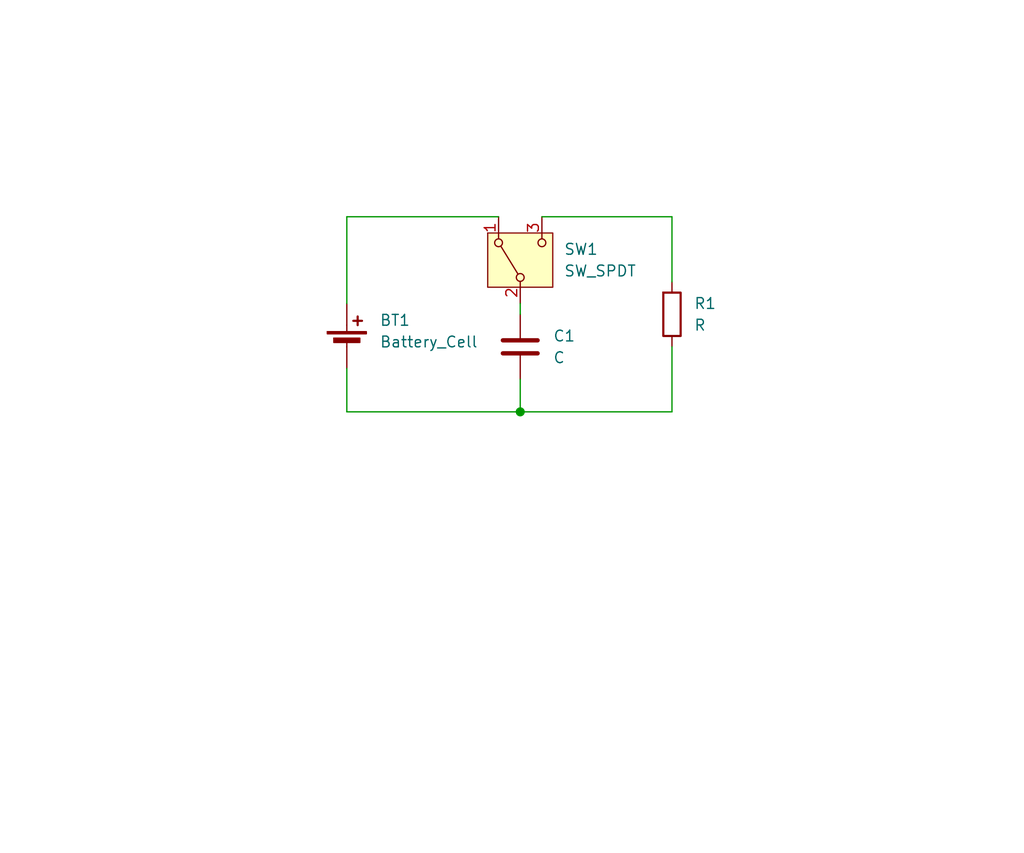
<source format=kicad_sch>
(kicad_sch (version 20230121) (generator eeschema)
  (paper "User" 119.99 99.9998)
  (lib_symbols
    (symbol "Device:Battery_Cell" (pin_numbers hide) (pin_names (offset 0) hide)
      (property "Reference" "BT" (at 2.54 2.54 0))
      (property "Value" "Battery_Cell" (at 2.54 0 0))
      (symbol "Battery_Cell_0_1"
        (rectangle (start -2.286 1.778) (end 2.286 1.524) (fill (type outline)))
        (rectangle (start -1.524 1.016) (end 1.524 0.508) (fill (type outline)))
        (polyline (pts (xy 0 0.762) (xy 0 0)))
        (polyline (pts (xy 0 1.778) (xy 0 2.54)))
        (polyline (pts (xy 0.762 3.048) (xy 1.778 3.048)) (stroke (width 0.254)))
        (polyline (pts (xy 1.27 3.556) (xy 1.27 2.54)) (stroke (width 0.254)))
      )
      (symbol "Battery_Cell_1_1"
        (pin passive line (at 0 5.08 270) (length 2.54) (name "+") (number "1"))
        (pin passive line (at 0 -2.54 90) (length 2.54) (name "-") (number "2"))
      )
    )
    (symbol "Device:C" (pin_numbers hide) (pin_names (offset 0.254))
      (property "Reference" "C" (at 0.635 2.54 0))
      (property "Value" "C" (at 0.635 -2.54 0))
      (symbol "C_0_1"
        (polyline (pts (xy -2.032 -0.762) (xy 2.032 -0.762)) (stroke (width 0.508)))
        (polyline (pts (xy -2.032 0.762) (xy 2.032 0.762)) (stroke (width 0.508)))
      )
      (symbol "C_1_1"
        (pin passive line (at 0 3.81 270) (length 2.794) (name "~") (number "1"))
        (pin passive line (at 0 -3.81 90) (length 2.794) (name "~") (number "2"))
      )
    )
    (symbol "Device:R" (pin_numbers hide) (pin_names (offset 0))
      (property "Reference" "R" (at 2.032 0 90))
      (property "Value" "R" (at 0 0 90))
      (symbol "R_0_1"
        (rectangle (start -1.016 -2.54) (end 1.016 2.54) (stroke (width 0.254)))
      )
      (symbol "R_1_1"
        (pin passive line (at 0 3.81 270) (length 1.27) (name "~") (number "1"))
        (pin passive line (at 0 -3.81 90) (length 1.27) (name "~") (number "2"))
      )
    )
    (symbol "Switch:SW_SPDT" (pin_names (offset 0) hide)
      (property "Reference" "SW" (at 0 5.08 0))
      (property "Value" "SW_SPDT" (at 0 -5.08 0))
      (symbol "SW_SPDT_0_1"
        (circle (center -2.032 0) (radius 0.4572))
        (polyline (pts (xy -1.651 0.254) (xy 1.651 2.286)))
        (circle (center 2.032 -2.54) (radius 0.4572))
        (circle (center 2.032 2.54) (radius 0.4572))
      )
      (symbol "SW_SPDT_1_1"
        (rectangle (start -3.175 3.81) (end 3.175 -3.81) (fill (type background)))
        (pin passive line (at 5.08 2.54 180) (length 2.54) (name "A") (number "1"))
        (pin passive line (at -5.08 0 0) (length 2.54) (name "B") (number "2"))
        (pin passive line (at 5.08 -2.54 180) (length 2.54) (name "C") (number "3"))
      )
    )
  )
  (junction (at 60.96 48.26))
  (wire (pts (xy 40.64 43.18) (xy 40.64 48.26)))
  (wire (pts (xy 78.74 25.4) (xy 78.74 33.02)))
  (wire (pts (xy 60.96 48.26) (xy 60.96 44.45)))
  (wire (pts (xy 40.64 25.4) (xy 58.42 25.4)))
  (wire (pts (xy 40.64 35.56) (xy 40.64 25.4)))
  (wire (pts (xy 63.5 25.4) (xy 78.74 25.4)))
  (wire (pts (xy 60.96 35.56) (xy 60.96 36.83)))
  (wire (pts (xy 78.74 48.26) (xy 60.96 48.26)))
  (wire (pts (xy 40.64 48.26) (xy 60.96 48.26)))
  (wire (pts (xy 78.74 40.64) (xy 78.74 48.26)))
  (symbol (lib_id "Device:Battery_Cell") (at 40.64 40.64 0) (unit 1)
    (property "Reference" "BT1" (at 44.45 37.5285 0) (effects (justify left)))
    (property "Value" "Battery_Cell" (at 44.45 40.0685 0) (effects (justify left)))
  )
  (symbol (lib_id "Switch:SW_SPDT") (at 60.96 30.48 90) (unit 1)
    (property "Reference" "SW1" (at 66.04 29.21 90) (effects (justify right)))
    (property "Value" "SW_SPDT" (at 66.04 31.75 90) (effects (justify right)))
  )
  (symbol (lib_id "Device:R") (at 78.74 36.83 0) (unit 1)
    (property "Reference" "R1" (at 81.28 35.56 0) (effects (justify left)))
    (property "Value" "R" (at 81.28 38.1 0) (effects (justify left)))
  )
  (symbol (lib_id "Device:C") (at 60.96 40.64 0) (unit 1)
    (property "Reference" "C1" (at 64.77 39.37 0) (effects (justify left)))
    (property "Value" "C" (at 64.77 41.91 0) (effects (justify left)))
  )
)
</source>
